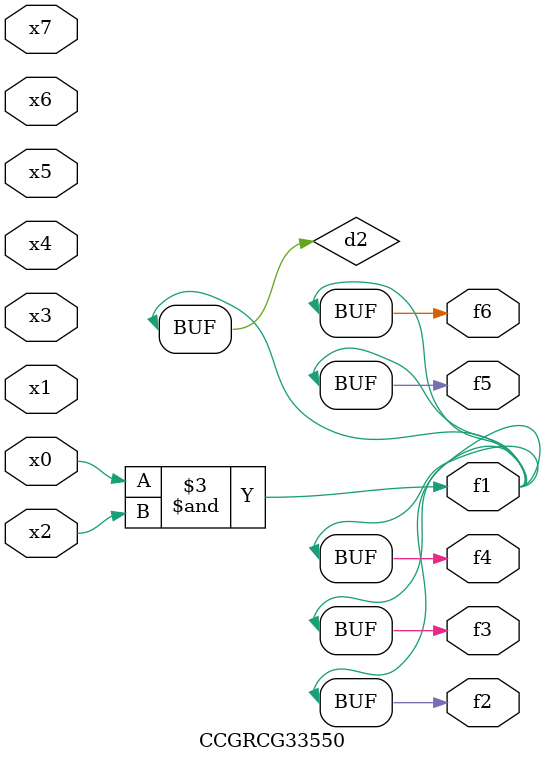
<source format=v>
module CCGRCG33550(
	input x0, x1, x2, x3, x4, x5, x6, x7,
	output f1, f2, f3, f4, f5, f6
);

	wire d1, d2;

	nor (d1, x3, x6);
	and (d2, x0, x2);
	assign f1 = d2;
	assign f2 = d2;
	assign f3 = d2;
	assign f4 = d2;
	assign f5 = d2;
	assign f6 = d2;
endmodule

</source>
